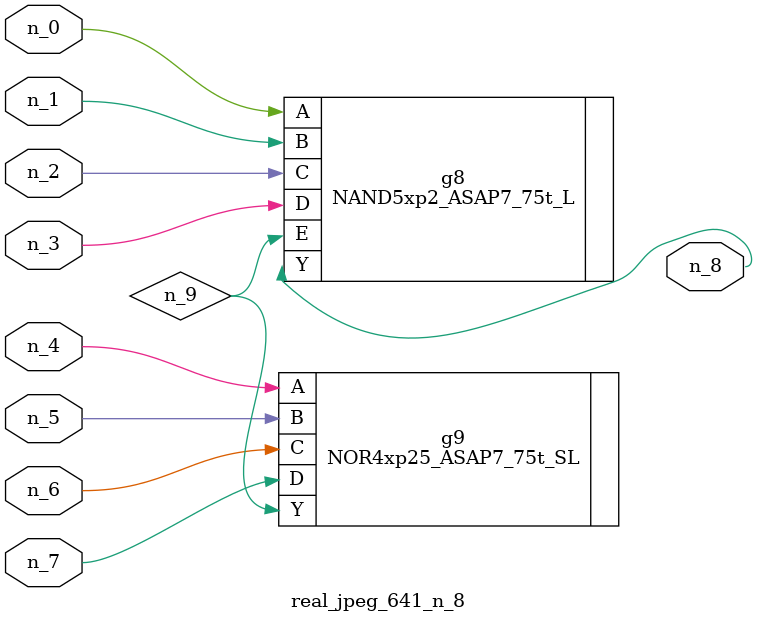
<source format=v>
module real_jpeg_641_n_8 (n_5, n_4, n_0, n_1, n_2, n_6, n_7, n_3, n_8);

input n_5;
input n_4;
input n_0;
input n_1;
input n_2;
input n_6;
input n_7;
input n_3;

output n_8;

wire n_9;

NAND5xp2_ASAP7_75t_L g8 ( 
.A(n_0),
.B(n_1),
.C(n_2),
.D(n_3),
.E(n_9),
.Y(n_8)
);

NOR4xp25_ASAP7_75t_SL g9 ( 
.A(n_4),
.B(n_5),
.C(n_6),
.D(n_7),
.Y(n_9)
);


endmodule
</source>
